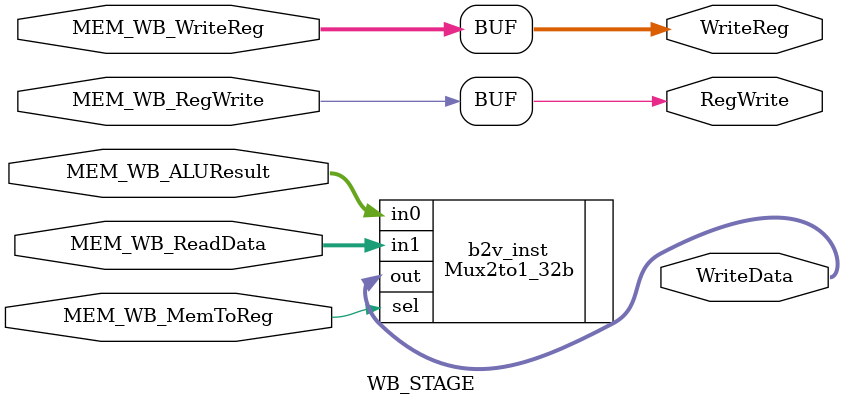
<source format=v>


module WB_STAGE(
	MEM_WB_MemToReg,
	MEM_WB_RegWrite,
	MEM_WB_ALUResult,
	MEM_WB_ReadData,
	MEM_WB_WriteReg,
	RegWrite,
	WriteData,
	WriteReg
);


input wire	MEM_WB_MemToReg;
input wire	MEM_WB_RegWrite;
input wire	[31:0] MEM_WB_ALUResult;
input wire	[31:0] MEM_WB_ReadData;
input wire	[4:0] MEM_WB_WriteReg;
output wire	RegWrite;
output wire	[31:0] WriteData;
output wire	[4:0] WriteReg;


assign	RegWrite = MEM_WB_RegWrite;
assign	WriteReg = MEM_WB_WriteReg;




Mux2to1_32b	b2v_inst(
	.sel(MEM_WB_MemToReg),
	.in0(MEM_WB_ALUResult),
	.in1(MEM_WB_ReadData),
	.out(WriteData));


endmodule

</source>
